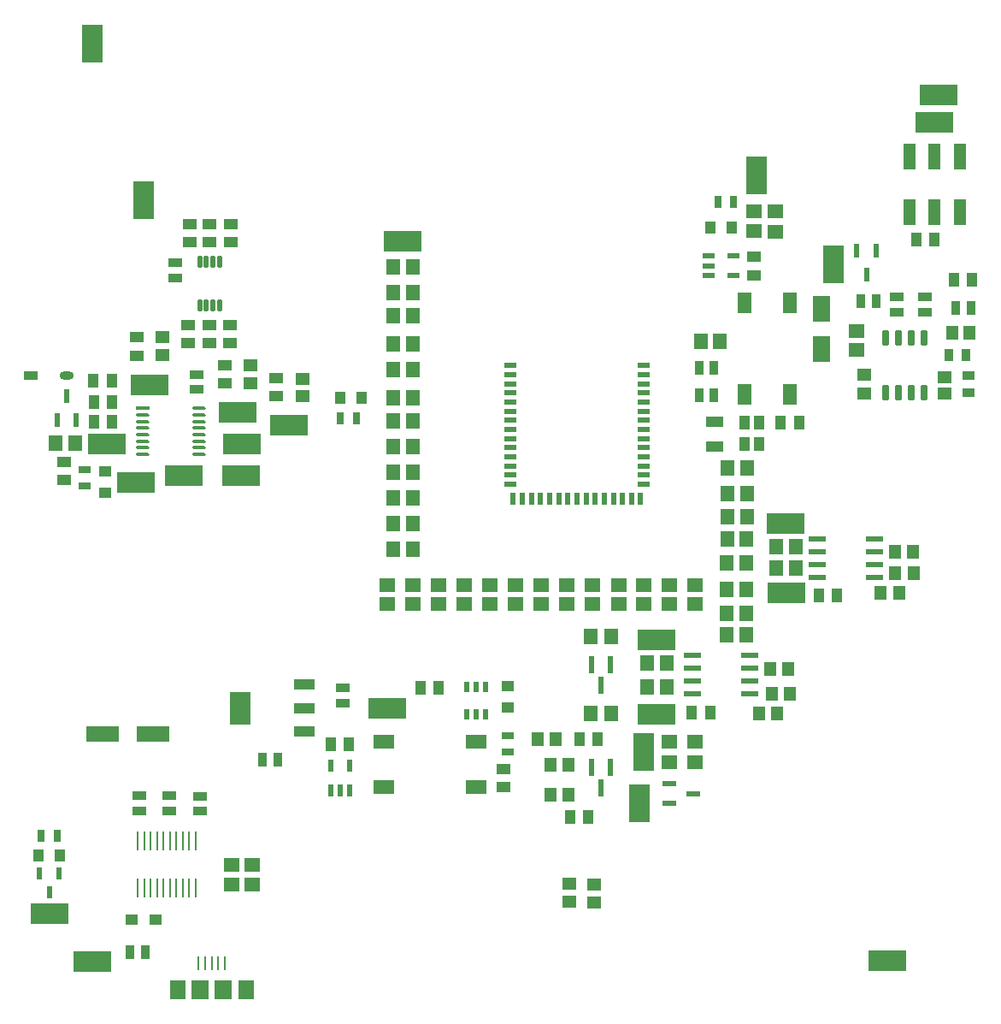
<source format=gtp>
G04*
G04 #@! TF.GenerationSoftware,Altium Limited,Altium Designer,23.9.2 (47)*
G04*
G04 Layer_Color=8421504*
%FSLAX44Y44*%
%MOMM*%
G71*
G04*
G04 #@! TF.SameCoordinates,AC20B462-CAF6-4E74-BB64-28AA76468CC9*
G04*
G04*
G04 #@! TF.FilePolarity,Positive*
G04*
G01*
G75*
%ADD24R,1.4082X0.8221*%
G04:AMPARAMS|DCode=25|XSize=1.4082mm|YSize=0.8221mm|CornerRadius=0.4111mm|HoleSize=0mm|Usage=FLASHONLY|Rotation=0.000|XOffset=0mm|YOffset=0mm|HoleType=Round|Shape=RoundedRectangle|*
%AMROUNDEDRECTD25*
21,1,1.4082,0.0000,0,0,0.0*
21,1,0.5861,0.8221,0,0,0.0*
1,1,0.8221,0.2930,0.0000*
1,1,0.8221,-0.2930,0.0000*
1,1,0.8221,-0.2930,0.0000*
1,1,0.8221,0.2930,0.0000*
%
%ADD25ROUNDEDRECTD25*%
%ADD26R,0.6000X1.4500*%
%ADD27R,1.4000X1.5000*%
%ADD28R,3.8000X2.0300*%
%ADD29R,1.3500X1.0000*%
%ADD30R,1.2500X0.8000*%
%ADD31R,1.2000X1.1000*%
%ADD32R,1.0000X1.3500*%
G04:AMPARAMS|DCode=33|XSize=1.3554mm|YSize=0.3408mm|CornerRadius=0.1704mm|HoleSize=0mm|Usage=FLASHONLY|Rotation=0.000|XOffset=0mm|YOffset=0mm|HoleType=Round|Shape=RoundedRectangle|*
%AMROUNDEDRECTD33*
21,1,1.3554,0.0000,0,0,0.0*
21,1,1.0147,0.3408,0,0,0.0*
1,1,0.3408,0.5073,0.0000*
1,1,0.3408,-0.5073,0.0000*
1,1,0.3408,-0.5073,0.0000*
1,1,0.3408,0.5073,0.0000*
%
%ADD33ROUNDEDRECTD33*%
%ADD34R,1.3554X0.3408*%
%ADD35R,1.4500X1.1500*%
%ADD36R,1.3500X0.9500*%
G04:AMPARAMS|DCode=37|XSize=0.45mm|YSize=1.15mm|CornerRadius=0.0495mm|HoleSize=0mm|Usage=FLASHONLY|Rotation=180.000|XOffset=0mm|YOffset=0mm|HoleType=Round|Shape=RoundedRectangle|*
%AMROUNDEDRECTD37*
21,1,0.4500,1.0510,0,0,180.0*
21,1,0.3510,1.1500,0,0,180.0*
1,1,0.0990,-0.1755,0.5255*
1,1,0.0990,0.1755,0.5255*
1,1,0.0990,0.1755,-0.5255*
1,1,0.0990,-0.1755,-0.5255*
%
%ADD37ROUNDEDRECTD37*%
%ADD38R,2.0300X3.8000*%
%ADD39R,1.5500X1.4000*%
%ADD40R,1.2700X0.6100*%
%ADD41R,0.6100X1.2700*%
%ADD42R,1.1000X1.2000*%
%ADD43R,0.8000X1.2500*%
%ADD44R,1.4000X1.5500*%
%ADD45R,1.5000X1.4000*%
%ADD46R,1.3000X0.5207*%
%ADD47R,1.4000X2.1000*%
%ADD48R,1.2000X2.5000*%
%ADD49R,1.7000X2.5000*%
%ADD50R,0.9500X1.3500*%
%ADD51R,1.5562X1.4549*%
%ADD52R,1.1500X1.4500*%
%ADD53R,0.8065X1.3082*%
%ADD54R,1.3082X0.8065*%
G04:AMPARAMS|DCode=55|XSize=0.6mm|YSize=1.45mm|CornerRadius=0.051mm|HoleSize=0mm|Usage=FLASHONLY|Rotation=180.000|XOffset=0mm|YOffset=0mm|HoleType=Round|Shape=RoundedRectangle|*
%AMROUNDEDRECTD55*
21,1,0.6000,1.3480,0,0,180.0*
21,1,0.4980,1.4500,0,0,180.0*
1,1,0.1020,-0.2490,0.6740*
1,1,0.1020,0.2490,0.6740*
1,1,0.1020,0.2490,-0.6740*
1,1,0.1020,-0.2490,-0.6740*
%
%ADD55ROUNDEDRECTD55*%
%ADD56R,1.4000X1.2000*%
%ADD57R,1.8000X1.0000*%
%ADD58R,1.3500X1.5500*%
%ADD59R,1.0160X1.3500*%
%ADD60R,1.0160X1.3500*%
%ADD61R,1.6637X0.5588*%
%ADD62R,1.2000X1.4000*%
%ADD63R,0.5080X1.8000*%
%ADD64R,1.4500X0.6000*%
G04:AMPARAMS|DCode=65|XSize=0.5207mm|YSize=1mm|CornerRadius=0.0443mm|HoleSize=0mm|Usage=FLASHONLY|Rotation=180.000|XOffset=0mm|YOffset=0mm|HoleType=Round|Shape=RoundedRectangle|*
%AMROUNDEDRECTD65*
21,1,0.5207,0.9115,0,0,180.0*
21,1,0.4322,1.0000,0,0,180.0*
1,1,0.0885,-0.2161,0.4557*
1,1,0.0885,0.2161,0.4557*
1,1,0.0885,0.2161,-0.4557*
1,1,0.0885,-0.2161,-0.4557*
%
%ADD65ROUNDEDRECTD65*%
%ADD66R,2.1000X1.4000*%
%ADD67R,0.5207X1.3000*%
G04:AMPARAMS|DCode=68|XSize=1mm|YSize=2.05mm|CornerRadius=0.05mm|HoleSize=0mm|Usage=FLASHONLY|Rotation=270.000|XOffset=0mm|YOffset=0mm|HoleType=Round|Shape=RoundedRectangle|*
%AMROUNDEDRECTD68*
21,1,1.0000,1.9500,0,0,270.0*
21,1,0.9000,2.0500,0,0,270.0*
1,1,0.1000,-0.9750,-0.4500*
1,1,0.1000,-0.9750,0.4500*
1,1,0.1000,0.9750,0.4500*
1,1,0.1000,0.9750,-0.4500*
%
%ADD68ROUNDEDRECTD68*%
G04:AMPARAMS|DCode=69|XSize=3.25mm|YSize=2.05mm|CornerRadius=0.0513mm|HoleSize=0mm|Usage=FLASHONLY|Rotation=270.000|XOffset=0mm|YOffset=0mm|HoleType=Round|Shape=RoundedRectangle|*
%AMROUNDEDRECTD69*
21,1,3.2500,1.9475,0,0,270.0*
21,1,3.1475,2.0500,0,0,270.0*
1,1,0.1025,-0.9738,-1.5738*
1,1,0.1025,-0.9738,1.5738*
1,1,0.1025,0.9738,1.5738*
1,1,0.1025,0.9738,-1.5738*
%
%ADD69ROUNDEDRECTD69*%
%ADD70R,3.2000X1.6000*%
%ADD71O,0.2096X1.9500*%
%ADD72R,1.5500X1.3500*%
%ADD73R,0.6000X1.2000*%
%ADD74R,1.1500X1.0000*%
%ADD75R,1.8000X1.9000*%
%ADD76R,0.2223X1.3500*%
%ADD77R,1.5750X1.9000*%
%ADD78R,1.5750X1.9000*%
D24*
X40632Y624041D02*
D03*
D25*
X76232D02*
D03*
D26*
X66700Y579627D02*
D03*
X85700D02*
D03*
X76200Y603127D02*
D03*
X877653Y747227D02*
D03*
X858653D02*
D03*
X868152Y723727D02*
D03*
D27*
X64769Y556722D02*
D03*
X84769D02*
D03*
X615369Y365700D02*
D03*
X595369D02*
D03*
X615369Y289500D02*
D03*
X595369D02*
D03*
D28*
X115921Y555927D02*
D03*
X158103Y614335D02*
D03*
X296360Y574453D02*
D03*
X244973Y587035D02*
D03*
X249481Y555927D02*
D03*
X248325Y524327D02*
D03*
X192121D02*
D03*
X144583Y518250D02*
D03*
X409169Y756600D02*
D03*
X939800Y901700D02*
D03*
X935623Y874657D02*
D03*
X788391Y477674D02*
D03*
X788838Y408490D02*
D03*
X660400Y361756D02*
D03*
Y288450D02*
D03*
X393700Y294600D02*
D03*
X58885Y90979D02*
D03*
X101756Y43904D02*
D03*
X889000Y44933D02*
D03*
D29*
X73697Y520237D02*
D03*
Y538237D02*
D03*
X145403Y643435D02*
D03*
Y661435D02*
D03*
X232273Y616135D02*
D03*
Y634135D02*
D03*
X196419Y673956D02*
D03*
Y655956D02*
D03*
X217679Y673956D02*
D03*
Y655956D02*
D03*
X237769Y673956D02*
D03*
Y655956D02*
D03*
X198321Y773830D02*
D03*
Y755830D02*
D03*
X217821D02*
D03*
Y773830D02*
D03*
X238258Y773802D02*
D03*
Y755802D02*
D03*
X757010Y741104D02*
D03*
Y723104D02*
D03*
X508396Y216413D02*
D03*
Y234413D02*
D03*
X283660Y603532D02*
D03*
Y621531D02*
D03*
D30*
X94150Y514600D02*
D03*
Y530600D02*
D03*
X513235Y267400D02*
D03*
Y251400D02*
D03*
D31*
X113719Y528600D02*
D03*
Y507600D02*
D03*
X513235Y295200D02*
D03*
Y316200D02*
D03*
D32*
X103221Y578377D02*
D03*
X121221D02*
D03*
X103121Y597662D02*
D03*
X121121D02*
D03*
X120658Y618635D02*
D03*
X102658D02*
D03*
X917623Y758295D02*
D03*
X935623D02*
D03*
X954621Y718182D02*
D03*
X972621D02*
D03*
X783337Y576784D02*
D03*
X801337D02*
D03*
X839180Y406134D02*
D03*
X821180D02*
D03*
X601669Y264100D02*
D03*
X583669D02*
D03*
X713292Y290286D02*
D03*
X695292D02*
D03*
X444338Y314900D02*
D03*
X426338D02*
D03*
X574669Y186947D02*
D03*
X592669D02*
D03*
X337644Y258794D02*
D03*
X355644D02*
D03*
D33*
X207174Y591377D02*
D03*
Y584877D02*
D03*
Y578377D02*
D03*
Y571877D02*
D03*
Y565377D02*
D03*
Y558877D02*
D03*
Y552377D02*
D03*
Y545877D02*
D03*
X151667D02*
D03*
Y552377D02*
D03*
Y558877D02*
D03*
Y565377D02*
D03*
Y571877D02*
D03*
Y578377D02*
D03*
Y584877D02*
D03*
D34*
Y591377D02*
D03*
D35*
X170803Y643935D02*
D03*
Y661435D02*
D03*
X309490Y603282D02*
D03*
Y620782D02*
D03*
X257673Y616385D02*
D03*
Y633885D02*
D03*
X945970Y621690D02*
D03*
Y605690D02*
D03*
D36*
X205042Y609832D02*
D03*
Y624832D02*
D03*
X183621Y735578D02*
D03*
Y720578D02*
D03*
X898262Y686350D02*
D03*
Y701350D02*
D03*
X926083Y686350D02*
D03*
Y701350D02*
D03*
X349522Y299803D02*
D03*
Y314803D02*
D03*
X208397Y192433D02*
D03*
Y207433D02*
D03*
X177956Y193003D02*
D03*
Y208003D02*
D03*
X147902Y193003D02*
D03*
Y208003D02*
D03*
D37*
X207771Y693577D02*
D03*
X214271D02*
D03*
X220771D02*
D03*
X227271D02*
D03*
X207771Y736077D02*
D03*
X214271D02*
D03*
X220771D02*
D03*
X227271D02*
D03*
D38*
X152400Y797400D02*
D03*
X759621Y822003D02*
D03*
X835705Y733979D02*
D03*
X647700Y251300D02*
D03*
X643469Y200600D02*
D03*
X101600Y952500D02*
D03*
D39*
X494869Y397500D02*
D03*
Y416500D02*
D03*
X520269Y397500D02*
D03*
Y416500D02*
D03*
X545669D02*
D03*
Y397500D02*
D03*
X571069Y416500D02*
D03*
Y397500D02*
D03*
X596469Y416500D02*
D03*
Y397500D02*
D03*
X623302Y416500D02*
D03*
Y397500D02*
D03*
X647269Y416500D02*
D03*
Y397500D02*
D03*
X672669Y416500D02*
D03*
Y397500D02*
D03*
X698069Y416500D02*
D03*
Y397500D02*
D03*
X469469D02*
D03*
Y416500D02*
D03*
X444069Y397500D02*
D03*
Y416500D02*
D03*
X418669Y397500D02*
D03*
Y416500D02*
D03*
X393269Y397500D02*
D03*
Y416500D02*
D03*
D40*
X647618Y633500D02*
D03*
Y624500D02*
D03*
Y615500D02*
D03*
Y606500D02*
D03*
Y597400D02*
D03*
Y588400D02*
D03*
Y579400D02*
D03*
Y570400D02*
D03*
Y561400D02*
D03*
Y552400D02*
D03*
Y543300D02*
D03*
Y534300D02*
D03*
Y525300D02*
D03*
Y516300D02*
D03*
X515238D02*
D03*
Y525300D02*
D03*
Y534300D02*
D03*
Y543300D02*
D03*
Y552400D02*
D03*
Y561400D02*
D03*
Y570400D02*
D03*
Y579400D02*
D03*
Y588400D02*
D03*
Y597400D02*
D03*
Y606500D02*
D03*
Y615500D02*
D03*
Y624500D02*
D03*
Y633500D02*
D03*
D41*
X644528Y501610D02*
D03*
X635528D02*
D03*
X626528D02*
D03*
X617528D02*
D03*
X608528D02*
D03*
X599428D02*
D03*
X590428D02*
D03*
X581428D02*
D03*
X572428D02*
D03*
X563428D02*
D03*
X554428D02*
D03*
X545328D02*
D03*
X536328D02*
D03*
X527328D02*
D03*
X518328D02*
D03*
D42*
X367869Y602000D02*
D03*
X346869D02*
D03*
X734587Y770579D02*
D03*
X713587D02*
D03*
X69232Y148778D02*
D03*
X48232D02*
D03*
D43*
X362790Y581204D02*
D03*
X346790D02*
D03*
X720787Y795979D02*
D03*
X736787D02*
D03*
X50344Y167920D02*
D03*
X66344D02*
D03*
D44*
X399669Y451800D02*
D03*
X418669D02*
D03*
Y477200D02*
D03*
X399669D02*
D03*
Y502600D02*
D03*
X418669D02*
D03*
Y528000D02*
D03*
X399669D02*
D03*
X418669Y553400D02*
D03*
X399669D02*
D03*
X418669Y578800D02*
D03*
X399669D02*
D03*
Y602000D02*
D03*
X418669D02*
D03*
X399669Y629600D02*
D03*
X418669D02*
D03*
X399669Y655000D02*
D03*
X418669D02*
D03*
X399669Y683100D02*
D03*
X418669D02*
D03*
X399669Y705800D02*
D03*
X418669D02*
D03*
X399669Y731200D02*
D03*
X418669D02*
D03*
X723087Y657700D02*
D03*
X704087D02*
D03*
X730628Y532510D02*
D03*
X749628D02*
D03*
X730628Y507110D02*
D03*
X749628D02*
D03*
X730628Y483977D02*
D03*
X749628D02*
D03*
X730210Y462442D02*
D03*
X749210D02*
D03*
X729873Y437956D02*
D03*
X748873D02*
D03*
X729869Y412310D02*
D03*
X748869D02*
D03*
X729869Y388620D02*
D03*
X748869D02*
D03*
X729869Y367410D02*
D03*
X748869D02*
D03*
D45*
X756347Y786589D02*
D03*
Y766589D02*
D03*
X777516Y766070D02*
D03*
Y786070D02*
D03*
X673100Y241300D02*
D03*
Y261300D02*
D03*
X698500D02*
D03*
Y241300D02*
D03*
D46*
X712087Y741979D02*
D03*
Y732479D02*
D03*
Y722979D02*
D03*
X736087D02*
D03*
Y741979D02*
D03*
D47*
X792314Y604744D02*
D03*
Y695744D02*
D03*
X747314Y604744D02*
D03*
Y695744D02*
D03*
D48*
X935623Y840795D02*
D03*
Y785795D02*
D03*
X910623D02*
D03*
Y840795D02*
D03*
X960623D02*
D03*
Y785795D02*
D03*
D49*
X823322Y650090D02*
D03*
Y690090D02*
D03*
D50*
X862970Y697377D02*
D03*
X877970D02*
D03*
X971848Y690441D02*
D03*
X956848D02*
D03*
X702169Y631500D02*
D03*
X717169D02*
D03*
X702169Y604278D02*
D03*
X717169D02*
D03*
X285319Y243803D02*
D03*
X270319D02*
D03*
X153822Y53303D02*
D03*
X138822D02*
D03*
D51*
X858653Y667450D02*
D03*
Y648937D02*
D03*
D52*
X953408Y666122D02*
D03*
X969908D02*
D03*
X896763Y449742D02*
D03*
X914263D02*
D03*
X772801Y333671D02*
D03*
X790301D02*
D03*
D53*
X949941Y643936D02*
D03*
X966958D02*
D03*
D54*
X969283Y623841D02*
D03*
Y606824D02*
D03*
D55*
X925303Y661127D02*
D03*
X912602D02*
D03*
X899902D02*
D03*
X887203D02*
D03*
X925303Y606627D02*
D03*
X912602D02*
D03*
X899902D02*
D03*
X887203D02*
D03*
D56*
X866297Y606332D02*
D03*
Y624332D02*
D03*
X574169Y102700D02*
D03*
Y120700D02*
D03*
X598706Y102350D02*
D03*
Y120350D02*
D03*
D57*
X717729Y553227D02*
D03*
Y578227D02*
D03*
D58*
X778422Y454793D02*
D03*
X797922D02*
D03*
X778393Y432905D02*
D03*
X797893D02*
D03*
X650767Y339197D02*
D03*
X670267D02*
D03*
X650584Y315986D02*
D03*
X670084D02*
D03*
D59*
X761569Y576784D02*
D03*
X761569Y556300D02*
D03*
D60*
X747069Y576784D02*
D03*
X747069Y556300D02*
D03*
D61*
X876300Y462442D02*
D03*
Y449742D02*
D03*
Y437042D02*
D03*
Y424342D02*
D03*
X819785D02*
D03*
Y437042D02*
D03*
Y449742D02*
D03*
Y462442D02*
D03*
X752158Y346550D02*
D03*
Y333850D02*
D03*
Y321150D02*
D03*
Y308450D02*
D03*
X695642D02*
D03*
Y321150D02*
D03*
Y333850D02*
D03*
Y346550D02*
D03*
D62*
X914763Y428581D02*
D03*
X896763D02*
D03*
X900470Y408466D02*
D03*
X882470D02*
D03*
X792672Y308450D02*
D03*
X774672D02*
D03*
X780000Y289400D02*
D03*
X762000D02*
D03*
X560369Y264100D02*
D03*
X542369D02*
D03*
X573069Y238700D02*
D03*
X555069D02*
D03*
X573330Y209235D02*
D03*
X555331D02*
D03*
D63*
X614869Y337600D02*
D03*
X595869D02*
D03*
X605369Y317600D02*
D03*
Y216000D02*
D03*
X595869Y236000D02*
D03*
X614869D02*
D03*
D64*
X696600Y210000D02*
D03*
X673100Y200500D02*
D03*
Y219500D02*
D03*
D65*
X472238Y288450D02*
D03*
X481738D02*
D03*
X491237D02*
D03*
Y315950D02*
D03*
X481738D02*
D03*
X472238D02*
D03*
D66*
X481524Y261200D02*
D03*
X390524D02*
D03*
X481524Y216200D02*
D03*
X390524D02*
D03*
D67*
X337624Y237300D02*
D03*
X356624D02*
D03*
Y213300D02*
D03*
X347124D02*
D03*
X337624D02*
D03*
D68*
X310981Y271732D02*
D03*
Y294732D02*
D03*
Y317732D02*
D03*
D69*
X247481Y294732D02*
D03*
D70*
X111333Y268710D02*
D03*
X161333D02*
D03*
D71*
X203472Y163303D02*
D03*
X197122D02*
D03*
X190772D02*
D03*
X184422D02*
D03*
X178072D02*
D03*
X171722D02*
D03*
X165372D02*
D03*
X159022D02*
D03*
X152672D02*
D03*
X146322D02*
D03*
X203472Y116803D02*
D03*
X197122D02*
D03*
X190772D02*
D03*
X184422D02*
D03*
X178072D02*
D03*
X171722D02*
D03*
X165372D02*
D03*
X159022D02*
D03*
X152672D02*
D03*
X146322D02*
D03*
D72*
X260077Y139269D02*
D03*
Y119769D02*
D03*
X239304Y139253D02*
D03*
Y119753D02*
D03*
D73*
X58674Y112610D02*
D03*
X49174Y130610D02*
D03*
X68174D02*
D03*
D74*
X140623Y85067D02*
D03*
X164123D02*
D03*
D75*
X231159Y15626D02*
D03*
X208159D02*
D03*
D76*
X206659Y42376D02*
D03*
X213159D02*
D03*
X232659D02*
D03*
X219659D02*
D03*
X226159D02*
D03*
D77*
X185785Y15627D02*
D03*
D78*
X253533Y15625D02*
D03*
M02*

</source>
